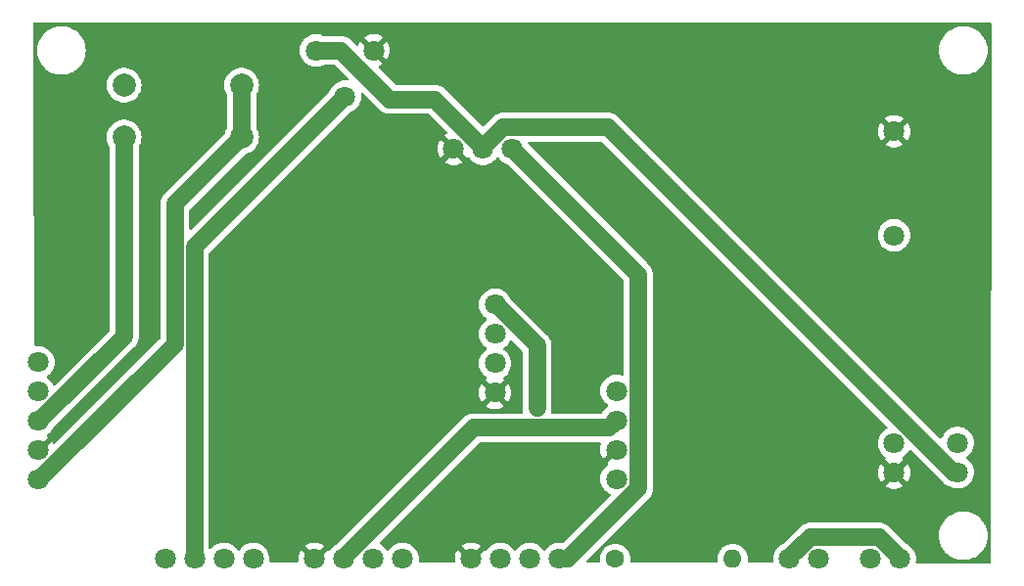
<source format=gbr>
%TF.GenerationSoftware,KiCad,Pcbnew,7.0.11+dfsg-1build4*%
%TF.CreationDate,2024-10-09T23:59:57+02:00*%
%TF.ProjectId,BertheVarioTac-Shema,42657274-6865-4566-9172-696f5461632d,rev?*%
%TF.SameCoordinates,Original*%
%TF.FileFunction,Copper,L2,Bot*%
%TF.FilePolarity,Positive*%
%FSLAX46Y46*%
G04 Gerber Fmt 4.6, Leading zero omitted, Abs format (unit mm)*
G04 Created by KiCad (PCBNEW 7.0.11+dfsg-1build4) date 2024-10-09 23:59:57*
%MOMM*%
%LPD*%
G01*
G04 APERTURE LIST*
%TA.AperFunction,ComponentPad*%
%ADD10C,1.800000*%
%TD*%
%TA.AperFunction,ComponentPad*%
%ADD11C,1.600000*%
%TD*%
%TA.AperFunction,ComponentPad*%
%ADD12O,1.600000X1.600000*%
%TD*%
%TA.AperFunction,ComponentPad*%
%ADD13C,2.000000*%
%TD*%
%TA.AperFunction,ViaPad*%
%ADD14C,0.600000*%
%TD*%
%TA.AperFunction,Conductor*%
%ADD15C,1.500000*%
%TD*%
G04 APERTURE END LIST*
D10*
%TO.P,SW1,1*%
%TO.N,Net-(Lipo-1S-to-5V1-IN_3.7v)*%
X173500000Y-132500000D03*
%TO.P,SW1,2*%
%TO.N,Net-(BT1-+)*%
X173500000Y-129960000D03*
%TD*%
%TO.P,Usb-C-charger1,1,B-*%
%TO.N,GNDREF*%
X168000000Y-103000000D03*
%TO.P,Usb-C-charger1,2,+*%
%TO.N,Net-(BT1-+)*%
X168000000Y-112000000D03*
%TD*%
D11*
%TO.P,R1,1*%
%TO.N,Net-(R1-Pad1)*%
X143880000Y-140000000D03*
D12*
%TO.P,R1,2*%
%TO.N,Net-(P4-Pin_1)*%
X154040000Y-140000000D03*
%TD*%
D10*
%TO.P,CN1,1,Pin_1*%
%TO.N,Net-(BMP180_Press1-VIN)*%
X125500000Y-140000000D03*
%TO.P,CN1,2,Pin_2*%
%TO.N,Net-(BMP180_Press1-SDA)*%
X122960000Y-140000000D03*
%TO.P,CN1,3,Pin_3*%
%TO.N,Net-(BMP180_Press1-SCL)*%
X120420000Y-140000000D03*
%TO.P,CN1,4,Pin_4*%
%TO.N,GNDREF*%
X117880000Y-140000000D03*
%TD*%
D13*
%TO.P,R2,1*%
%TO.N,Net-(BMP180_Press1-VIN)*%
X111580000Y-99000000D03*
%TO.P,R2,2*%
%TO.N,Net-(BMP180_Press1-SDA)*%
X101420000Y-99000000D03*
%TD*%
D10*
%TO.P,S1,1,1*%
%TO.N,Net-(P4-Pin_2)*%
X168500000Y-140000000D03*
%TO.P,S1,2,2*%
%TO.N,Net-(R1-Pad1)*%
X165960000Y-140000000D03*
%TD*%
%TO.P,P4,1,Pin_1*%
%TO.N,Net-(P4-Pin_1)*%
X161500000Y-140000000D03*
%TO.P,P4,2,Pin_2*%
%TO.N,Net-(P4-Pin_2)*%
X158960000Y-140000000D03*
%TD*%
%TO.P,GPS-NEO6M1,1,GND*%
%TO.N,GNDREF*%
X133500000Y-125620000D03*
%TO.P,GPS-NEO6M1,2,TX*%
%TO.N,Net-(GPS-NEO6M1-TX)*%
X133500000Y-123080000D03*
%TO.P,GPS-NEO6M1,3,RX*%
%TO.N,unconnected-(GPS-NEO6M1-RX-Pad3)*%
X133500000Y-120540000D03*
%TO.P,GPS-NEO6M1,4,VCC*%
%TO.N,Net-(BMP180_Press1-VIN)*%
X133500000Y-118000000D03*
%TD*%
D13*
%TO.P,R3,1*%
%TO.N,Net-(BMP180_Press1-VIN)*%
X111580000Y-103500000D03*
%TO.P,R3,2*%
%TO.N,Net-(BMP180_Press1-SCL)*%
X101420000Y-103500000D03*
%TD*%
D10*
%TO.P,Lipo-1S-to-5V1,1,GND*%
%TO.N,GNDREF*%
X129920000Y-104500000D03*
%TO.P,Lipo-1S-to-5V1,2,IN_3.7v*%
%TO.N,Net-(Lipo-1S-to-5V1-IN_3.7v)*%
X132460000Y-104500000D03*
%TO.P,Lipo-1S-to-5V1,3,OUT_5V*%
%TO.N,Net-(Lipo-1S-to-5V1-OUT_5V)*%
X135000000Y-104500000D03*
%TD*%
%TO.P,BT1,1,+*%
%TO.N,Net-(BT1-+)*%
X168000000Y-130000000D03*
%TO.P,BT1,2,-*%
%TO.N,GNDREF*%
X168000000Y-132540000D03*
%TD*%
%TO.P,QMC5883_Mag1,1,VCC*%
%TO.N,Net-(BMP180_Press1-VIN)*%
X94000000Y-133160000D03*
%TO.P,QMC5883_Mag1,2,GND*%
%TO.N,GNDREF*%
X94000000Y-130620000D03*
%TO.P,QMC5883_Mag1,3,SCL*%
%TO.N,Net-(BMP180_Press1-SCL)*%
X94000000Y-128080000D03*
%TO.P,QMC5883_Mag1,4,SDA*%
%TO.N,Net-(BMP180_Press1-SDA)*%
X94000000Y-125540000D03*
%TO.P,QMC5883_Mag1,5*%
%TO.N,N/C*%
X94000000Y-123000000D03*
%TD*%
%TO.P,P1,1,Pin_1*%
%TO.N,Net-(Lipo-1S-to-5V1-OUT_5V)*%
X139040000Y-140000000D03*
%TO.P,P1,2,Pin_2*%
%TO.N,Net-(GPS-NEO6M1-TX)*%
X136500000Y-140000000D03*
%TO.P,P1,3,Pin_3*%
%TO.N,unconnected-(P1-Pin_3-Pad3)*%
X133960000Y-140000000D03*
%TO.P,P1,4,Pin_4*%
%TO.N,GNDREF*%
X131420000Y-140000000D03*
%TD*%
%TO.P,P5,1,1*%
%TO.N,Net-(Lipo-1S-to-5V1-IN_3.7v)*%
X118000000Y-96000000D03*
%TO.P,P5,2,2*%
%TO.N,Net-(P3-Pin_3)*%
X120500000Y-100000000D03*
%TO.P,P5,3,3*%
%TO.N,GNDREF*%
X123000000Y-96000000D03*
%TD*%
%TO.P,BMP180_Press1,1,SDA*%
%TO.N,Net-(BMP180_Press1-SDA)*%
X144000000Y-125460000D03*
%TO.P,BMP180_Press1,2,SCL*%
%TO.N,Net-(BMP180_Press1-SCL)*%
X144000000Y-128000000D03*
%TO.P,BMP180_Press1,3,GND*%
%TO.N,GNDREF*%
X144000000Y-130540000D03*
%TO.P,BMP180_Press1,4,VIN*%
%TO.N,Net-(BMP180_Press1-VIN)*%
X144000000Y-133080000D03*
%TD*%
%TO.P,P3,1,Pin_1*%
%TO.N,unconnected-(P3-Pin_1-Pad1)*%
X112580000Y-140000000D03*
%TO.P,P3,2,Pin_2*%
%TO.N,unconnected-(P3-Pin_2-Pad2)*%
X110040000Y-140000000D03*
%TO.P,P3,3,Pin_3*%
%TO.N,Net-(P3-Pin_3)*%
X107500000Y-140000000D03*
%TO.P,P3,4,Pin_4*%
%TO.N,unconnected-(P3-Pin_4-Pad4)*%
X104960000Y-140000000D03*
%TD*%
D14*
%TO.N,Net-(BMP180_Press1-VIN)*%
X137124600Y-126899900D03*
%TD*%
D15*
%TO.N,Net-(Lipo-1S-to-5V1-IN_3.7v)*%
X128309000Y-100233300D02*
X132460000Y-104384300D01*
X124397600Y-100233300D02*
X128309000Y-100233300D01*
X120164300Y-96000000D02*
X124397600Y-100233300D01*
X118000000Y-96000000D02*
X120164300Y-96000000D01*
X132460000Y-104500000D02*
X132460000Y-104384300D01*
X173127300Y-132500000D02*
X173500000Y-132500000D01*
X143264700Y-102637400D02*
X173127300Y-132500000D01*
X134206900Y-102637400D02*
X143264700Y-102637400D01*
X132460000Y-104384300D02*
X134206900Y-102637400D01*
%TO.N,Net-(BMP180_Press1-SCL)*%
X94102700Y-128080000D02*
X94000000Y-128080000D01*
X101420000Y-120762700D02*
X94102700Y-128080000D01*
X101420000Y-103500000D02*
X101420000Y-120762700D01*
X120420000Y-139890100D02*
X120420000Y-140000000D01*
X131642500Y-128667600D02*
X120420000Y-139890100D01*
X143332400Y-128667600D02*
X131642500Y-128667600D01*
X144000000Y-128000000D02*
X143332400Y-128667600D01*
%TO.N,Net-(BMP180_Press1-VIN)*%
X111580000Y-99000000D02*
X111580000Y-103500000D01*
X94091300Y-133160000D02*
X94000000Y-133160000D01*
X105798100Y-121453200D02*
X94091300Y-133160000D01*
X105798100Y-109281900D02*
X105798100Y-121453200D01*
X111580000Y-103500000D02*
X105798100Y-109281900D01*
X137124600Y-121532800D02*
X137124600Y-126899900D01*
X133591800Y-118000000D02*
X137124600Y-121532800D01*
X133500000Y-118000000D02*
X133591800Y-118000000D01*
%TO.N,Net-(P4-Pin_2)*%
X168500000Y-139911600D02*
X168500000Y-140000000D01*
X166703600Y-138115200D02*
X168500000Y-139911600D01*
X160765900Y-138115200D02*
X166703600Y-138115200D01*
X158960000Y-139921100D02*
X160765900Y-138115200D01*
X158960000Y-140000000D02*
X158960000Y-139921100D01*
%TO.N,Net-(P3-Pin_3)*%
X107500000Y-113000000D02*
X107500000Y-140000000D01*
X120500000Y-100000000D02*
X107500000Y-113000000D01*
%TO.N,Net-(Lipo-1S-to-5V1-OUT_5V)*%
X139782300Y-140000000D02*
X139040000Y-140000000D01*
X145890300Y-133892000D02*
X139782300Y-140000000D01*
X145890300Y-115390300D02*
X145890300Y-133892000D01*
X135000000Y-104500000D02*
X145890300Y-115390300D01*
%TD*%
%TA.AperFunction,Conductor*%
%TO.N,GNDREF*%
G36*
X176298004Y-93577910D02*
G01*
X176365031Y-93597625D01*
X176410762Y-93650450D01*
X176421944Y-93701997D01*
X176389183Y-140264953D01*
X176369451Y-140331979D01*
X176316615Y-140377697D01*
X176264954Y-140388866D01*
X170007947Y-140377311D01*
X169940944Y-140357502D01*
X169895287Y-140304614D01*
X169885471Y-140235437D01*
X169885869Y-140232893D01*
X169886131Y-140231314D01*
X169886134Y-140231305D01*
X169905300Y-140000000D01*
X169905300Y-139999994D01*
X169905300Y-139999993D01*
X169886135Y-139768702D01*
X169886133Y-139768691D01*
X169829157Y-139543699D01*
X169735924Y-139331151D01*
X169608983Y-139136852D01*
X169608980Y-139136849D01*
X169608979Y-139136847D01*
X169451784Y-138966087D01*
X169451779Y-138966083D01*
X169451777Y-138966081D01*
X169268634Y-138823535D01*
X169268628Y-138823531D01*
X169092234Y-138728071D01*
X169063571Y-138706697D01*
X168356874Y-138000000D01*
X171894592Y-138000000D01*
X171914201Y-138286680D01*
X171914201Y-138286684D01*
X171914202Y-138286686D01*
X171935984Y-138391509D01*
X171972666Y-138568034D01*
X171972667Y-138568037D01*
X172068894Y-138838793D01*
X172068893Y-138838793D01*
X172201098Y-139093935D01*
X172366812Y-139328700D01*
X172405582Y-139370212D01*
X172562947Y-139538708D01*
X172785853Y-139720055D01*
X172873423Y-139773308D01*
X173031382Y-139869365D01*
X173218237Y-139950526D01*
X173294942Y-139983844D01*
X173571642Y-140061371D01*
X173821920Y-140095771D01*
X173856321Y-140100500D01*
X173856322Y-140100500D01*
X174143679Y-140100500D01*
X174175079Y-140096184D01*
X174428358Y-140061371D01*
X174705058Y-139983844D01*
X174818015Y-139934779D01*
X174968617Y-139869365D01*
X174968620Y-139869363D01*
X174968625Y-139869361D01*
X175214147Y-139720055D01*
X175437053Y-139538708D01*
X175633189Y-139328698D01*
X175798901Y-139093936D01*
X175931104Y-138838797D01*
X176027334Y-138568032D01*
X176085798Y-138286686D01*
X176105408Y-138000000D01*
X176085798Y-137713314D01*
X176027334Y-137431968D01*
X175931105Y-137161206D01*
X175931106Y-137161206D01*
X175798901Y-136906064D01*
X175633187Y-136671299D01*
X175554554Y-136587105D01*
X175437053Y-136461292D01*
X175214147Y-136279945D01*
X175214146Y-136279944D01*
X174968617Y-136130634D01*
X174705063Y-136016158D01*
X174705061Y-136016157D01*
X174705058Y-136016156D01*
X174575578Y-135979877D01*
X174428364Y-135938630D01*
X174428359Y-135938629D01*
X174428358Y-135938629D01*
X174286018Y-135919064D01*
X174143679Y-135899500D01*
X174143678Y-135899500D01*
X173856322Y-135899500D01*
X173856321Y-135899500D01*
X173571642Y-135938629D01*
X173571635Y-135938630D01*
X173363861Y-135996845D01*
X173294942Y-136016156D01*
X173294939Y-136016156D01*
X173294936Y-136016158D01*
X173294935Y-136016158D01*
X173031382Y-136130634D01*
X172785853Y-136279944D01*
X172562950Y-136461289D01*
X172366812Y-136671299D01*
X172201098Y-136906064D01*
X172068894Y-137161206D01*
X171972667Y-137431962D01*
X171972666Y-137431965D01*
X171914201Y-137713319D01*
X171894592Y-138000000D01*
X168356874Y-138000000D01*
X167642416Y-137285542D01*
X167633149Y-137275173D01*
X167611108Y-137247534D01*
X167611106Y-137247532D01*
X167561203Y-137203932D01*
X167555107Y-137198233D01*
X167548132Y-137191258D01*
X167548121Y-137191248D01*
X167516855Y-137165145D01*
X167514739Y-137163338D01*
X167441603Y-137099440D01*
X167441597Y-137099436D01*
X167441596Y-137099435D01*
X167437841Y-137097191D01*
X167421973Y-137085932D01*
X167418619Y-137083132D01*
X167418618Y-137083131D01*
X167418613Y-137083127D01*
X167334148Y-137035201D01*
X167331744Y-137033801D01*
X167248363Y-136983984D01*
X167244269Y-136982448D01*
X167226644Y-136974202D01*
X167222845Y-136972046D01*
X167131169Y-136939967D01*
X167128553Y-136939019D01*
X167037629Y-136904894D01*
X167037619Y-136904891D01*
X167033323Y-136904112D01*
X167014518Y-136899149D01*
X167010384Y-136897702D01*
X167010377Y-136897701D01*
X166914448Y-136882507D01*
X166911705Y-136882041D01*
X166816150Y-136864700D01*
X166816147Y-136864700D01*
X166811772Y-136864700D01*
X166792369Y-136863172D01*
X166788060Y-136862489D01*
X166690959Y-136864669D01*
X166688177Y-136864700D01*
X160843076Y-136864700D01*
X160829193Y-136863920D01*
X160819459Y-136862823D01*
X160794075Y-136859963D01*
X160794068Y-136859962D01*
X160731252Y-136864198D01*
X160727976Y-136864419D01*
X160719636Y-136864700D01*
X160709737Y-136864700D01*
X160669138Y-136868353D01*
X160666370Y-136868571D01*
X160569489Y-136875103D01*
X160565248Y-136876172D01*
X160546075Y-136879430D01*
X160541712Y-136879822D01*
X160541710Y-136879823D01*
X160448052Y-136905670D01*
X160445365Y-136906379D01*
X160351213Y-136930104D01*
X160351212Y-136930104D01*
X160347219Y-136931918D01*
X160328959Y-136938538D01*
X160324750Y-136939700D01*
X160324722Y-136939710D01*
X160237223Y-136981846D01*
X160234706Y-136983024D01*
X160146275Y-137023191D01*
X160142675Y-137025686D01*
X160125871Y-137035471D01*
X160121931Y-137037368D01*
X160121929Y-137037369D01*
X160043360Y-137094451D01*
X160041095Y-137096058D01*
X159961245Y-137151380D01*
X159958139Y-137154486D01*
X159943365Y-137167103D01*
X159939828Y-137169673D01*
X159939821Y-137169678D01*
X159872704Y-137239877D01*
X159870759Y-137241865D01*
X158417131Y-138695493D01*
X158388468Y-138716866D01*
X158191380Y-138823525D01*
X158191365Y-138823535D01*
X158008222Y-138966081D01*
X158008219Y-138966084D01*
X158008216Y-138966086D01*
X158008216Y-138966087D01*
X157977040Y-138999953D01*
X157851016Y-139136852D01*
X157724075Y-139331151D01*
X157630842Y-139543699D01*
X157573866Y-139768691D01*
X157573864Y-139768702D01*
X157554700Y-139999993D01*
X157554700Y-139999994D01*
X157554700Y-140000000D01*
X157564066Y-140113030D01*
X157572919Y-140219879D01*
X157558837Y-140288315D01*
X157509991Y-140338274D01*
X157449113Y-140354118D01*
X155449902Y-140350426D01*
X155382899Y-140330617D01*
X155337242Y-140277729D01*
X155326603Y-140215621D01*
X155345468Y-140000000D01*
X155345467Y-139999994D01*
X155334039Y-139869365D01*
X155325635Y-139773308D01*
X155266739Y-139553504D01*
X155170568Y-139347266D01*
X155040047Y-139160861D01*
X155040045Y-139160858D01*
X154879141Y-138999954D01*
X154692734Y-138869432D01*
X154692732Y-138869431D01*
X154486497Y-138773261D01*
X154486488Y-138773258D01*
X154266697Y-138714366D01*
X154266693Y-138714365D01*
X154266692Y-138714365D01*
X154266691Y-138714364D01*
X154266686Y-138714364D01*
X154040002Y-138694532D01*
X154039998Y-138694532D01*
X153813313Y-138714364D01*
X153813302Y-138714366D01*
X153593511Y-138773258D01*
X153593502Y-138773261D01*
X153387267Y-138869431D01*
X153387265Y-138869432D01*
X153200858Y-138999954D01*
X153039954Y-139160858D01*
X152909432Y-139347265D01*
X152909431Y-139347267D01*
X152813261Y-139553502D01*
X152813258Y-139553511D01*
X152754366Y-139773302D01*
X152754364Y-139773313D01*
X152734532Y-139999998D01*
X152734532Y-140000002D01*
X152752940Y-140210410D01*
X152739173Y-140278910D01*
X152690558Y-140329093D01*
X152629183Y-140345217D01*
X145291543Y-140331666D01*
X145224540Y-140311857D01*
X145178883Y-140258969D01*
X145168244Y-140196862D01*
X145185468Y-140000000D01*
X145185467Y-139999994D01*
X145174039Y-139869365D01*
X145165635Y-139773308D01*
X145106739Y-139553504D01*
X145010568Y-139347266D01*
X144880047Y-139160861D01*
X144880045Y-139160858D01*
X144719141Y-138999954D01*
X144532734Y-138869432D01*
X144532732Y-138869431D01*
X144326497Y-138773261D01*
X144326488Y-138773258D01*
X144106697Y-138714366D01*
X144106693Y-138714365D01*
X144106692Y-138714365D01*
X144106691Y-138714364D01*
X144106686Y-138714364D01*
X143880002Y-138694532D01*
X143879998Y-138694532D01*
X143653313Y-138714364D01*
X143653302Y-138714366D01*
X143433511Y-138773258D01*
X143433502Y-138773261D01*
X143227267Y-138869431D01*
X143227265Y-138869432D01*
X143040858Y-138999954D01*
X142879954Y-139160858D01*
X142749432Y-139347265D01*
X142749431Y-139347267D01*
X142653261Y-139553502D01*
X142653258Y-139553511D01*
X142594366Y-139773302D01*
X142594364Y-139773313D01*
X142574532Y-139999998D01*
X142574532Y-140000002D01*
X142591298Y-140191644D01*
X142577531Y-140260144D01*
X142528916Y-140310327D01*
X142467541Y-140326451D01*
X141525193Y-140324711D01*
X141458190Y-140304902D01*
X141412533Y-140252014D01*
X141402717Y-140182837D01*
X141431859Y-140119335D01*
X141437713Y-140113059D01*
X146719966Y-134830806D01*
X146730316Y-134821557D01*
X146757966Y-134799508D01*
X146801555Y-134749615D01*
X146807256Y-134743518D01*
X146814227Y-134736547D01*
X146814227Y-134736546D01*
X146814244Y-134736530D01*
X146840374Y-134705231D01*
X146842157Y-134703143D01*
X146906065Y-134629996D01*
X146908306Y-134626243D01*
X146919574Y-134610364D01*
X146922368Y-134607019D01*
X146970329Y-134522491D01*
X146971675Y-134520182D01*
X146996009Y-134479453D01*
X147021515Y-134436764D01*
X147023047Y-134432679D01*
X147031303Y-134415033D01*
X147033453Y-134411245D01*
X147065553Y-134319507D01*
X147066461Y-134317002D01*
X147100607Y-134226024D01*
X147101385Y-134221737D01*
X147106356Y-134202902D01*
X147107798Y-134198783D01*
X147123008Y-134102746D01*
X147123444Y-134100181D01*
X147140800Y-134004547D01*
X147140800Y-134000169D01*
X147142327Y-133980770D01*
X147143010Y-133976460D01*
X147140830Y-133879377D01*
X147140800Y-133876596D01*
X147140800Y-115467485D01*
X147141580Y-115453600D01*
X147145538Y-115418473D01*
X147141080Y-115352366D01*
X147140800Y-115344025D01*
X147140800Y-115334152D01*
X147140800Y-115334145D01*
X147137138Y-115293472D01*
X147136930Y-115290816D01*
X147133799Y-115244380D01*
X147130397Y-115193893D01*
X147129328Y-115189651D01*
X147126068Y-115170469D01*
X147125677Y-115166112D01*
X147099827Y-115072450D01*
X147099131Y-115069814D01*
X147075396Y-114975617D01*
X147073589Y-114971639D01*
X147066953Y-114953334D01*
X147065792Y-114949128D01*
X147023651Y-114861620D01*
X147022472Y-114859100D01*
X146982308Y-114770677D01*
X146982307Y-114770674D01*
X146979817Y-114767080D01*
X146970025Y-114750264D01*
X146968130Y-114746329D01*
X146968127Y-114746324D01*
X146911040Y-114667750D01*
X146909462Y-114665528D01*
X146854120Y-114585646D01*
X146851029Y-114582555D01*
X146838393Y-114567761D01*
X146835821Y-114564221D01*
X146835818Y-114564218D01*
X146765599Y-114497081D01*
X146763610Y-114495136D01*
X136368055Y-104099581D01*
X136334570Y-104038258D01*
X136339554Y-103968566D01*
X136381426Y-103912633D01*
X136446890Y-103888216D01*
X136455736Y-103887900D01*
X142695364Y-103887900D01*
X142762403Y-103907585D01*
X142783045Y-103924219D01*
X167406408Y-128547582D01*
X167439893Y-128608905D01*
X167434909Y-128678597D01*
X167393037Y-128734530D01*
X167377745Y-128744318D01*
X167231371Y-128823531D01*
X167231365Y-128823535D01*
X167048222Y-128966081D01*
X167048219Y-128966084D01*
X166891016Y-129136852D01*
X166764075Y-129331151D01*
X166670842Y-129543699D01*
X166613866Y-129768691D01*
X166613864Y-129768702D01*
X166594700Y-129999993D01*
X166594700Y-130000006D01*
X166613864Y-130231297D01*
X166613866Y-130231308D01*
X166670842Y-130456300D01*
X166764075Y-130668848D01*
X166891016Y-130863147D01*
X166891019Y-130863151D01*
X166891021Y-130863153D01*
X167048216Y-131033913D01*
X167179982Y-131136470D01*
X167226225Y-131172462D01*
X167267038Y-131229173D01*
X167270713Y-131298946D01*
X167236082Y-131359629D01*
X167226225Y-131368170D01*
X167201201Y-131387646D01*
X167201200Y-131387647D01*
X167955600Y-132142046D01*
X167874852Y-132154835D01*
X167761955Y-132212359D01*
X167672359Y-132301955D01*
X167614835Y-132414852D01*
X167602046Y-132495600D01*
X166848811Y-131742365D01*
X166764516Y-131871390D01*
X166671317Y-132083864D01*
X166614361Y-132308781D01*
X166595202Y-132539994D01*
X166595202Y-132540005D01*
X166614361Y-132771218D01*
X166671317Y-132996135D01*
X166764515Y-133208606D01*
X166848812Y-133337633D01*
X167602046Y-132584399D01*
X167614835Y-132665148D01*
X167672359Y-132778045D01*
X167761955Y-132867641D01*
X167874852Y-132925165D01*
X167955599Y-132937953D01*
X167201201Y-133692351D01*
X167231649Y-133716050D01*
X167435697Y-133826476D01*
X167435706Y-133826479D01*
X167655139Y-133901811D01*
X167883993Y-133940000D01*
X168116007Y-133940000D01*
X168344860Y-133901811D01*
X168564293Y-133826479D01*
X168564301Y-133826476D01*
X168768355Y-133716047D01*
X168798797Y-133692351D01*
X168798798Y-133692350D01*
X168044401Y-132937953D01*
X168125148Y-132925165D01*
X168238045Y-132867641D01*
X168327641Y-132778045D01*
X168385165Y-132665148D01*
X168397953Y-132584400D01*
X169151186Y-133337633D01*
X169235482Y-133208611D01*
X169328682Y-132996135D01*
X169385638Y-132771218D01*
X169404798Y-132540005D01*
X169404798Y-132539994D01*
X169385638Y-132308781D01*
X169328682Y-132083864D01*
X169235484Y-131871393D01*
X169151186Y-131742365D01*
X168397953Y-132495598D01*
X168385165Y-132414852D01*
X168327641Y-132301955D01*
X168238045Y-132212359D01*
X168125148Y-132154835D01*
X168044400Y-132142046D01*
X168798797Y-131387647D01*
X168798797Y-131387646D01*
X168773773Y-131368169D01*
X168732961Y-131311459D01*
X168729286Y-131241686D01*
X168763918Y-131181003D01*
X168773760Y-131172473D01*
X168951784Y-131033913D01*
X169108979Y-130863153D01*
X169235924Y-130668849D01*
X169251974Y-130632257D01*
X169296927Y-130578772D01*
X169363662Y-130558080D01*
X169430991Y-130576753D01*
X169453211Y-130594385D01*
X172188482Y-133329656D01*
X172197748Y-133340024D01*
X172219792Y-133367666D01*
X172269695Y-133411266D01*
X172275791Y-133416965D01*
X172282771Y-133423945D01*
X172314098Y-133450098D01*
X172316164Y-133451864D01*
X172389301Y-133515763D01*
X172393050Y-133518003D01*
X172408924Y-133529265D01*
X172412281Y-133532068D01*
X172496816Y-133580034D01*
X172499078Y-133581352D01*
X172582536Y-133631215D01*
X172586627Y-133632750D01*
X172604255Y-133640996D01*
X172608055Y-133643153D01*
X172699751Y-133675239D01*
X172702324Y-133676172D01*
X172787342Y-133708080D01*
X172802788Y-133715118D01*
X172864819Y-133748687D01*
X172935497Y-133786936D01*
X173049487Y-133826068D01*
X173155015Y-133862297D01*
X173155017Y-133862297D01*
X173155019Y-133862298D01*
X173383951Y-133900500D01*
X173383952Y-133900500D01*
X173616048Y-133900500D01*
X173616049Y-133900500D01*
X173844981Y-133862298D01*
X174064503Y-133786936D01*
X174268626Y-133676470D01*
X174451784Y-133533913D01*
X174608979Y-133363153D01*
X174735924Y-133168849D01*
X174829157Y-132956300D01*
X174886134Y-132731305D01*
X174886135Y-132731297D01*
X174905300Y-132500006D01*
X174905300Y-132499993D01*
X174886135Y-132268702D01*
X174886133Y-132268691D01*
X174829157Y-132043699D01*
X174735924Y-131831151D01*
X174608983Y-131636852D01*
X174608980Y-131636849D01*
X174608979Y-131636847D01*
X174451784Y-131466087D01*
X174274180Y-131327853D01*
X174233368Y-131271143D01*
X174229693Y-131201370D01*
X174264324Y-131140687D01*
X174274181Y-131132146D01*
X174451784Y-130993913D01*
X174608979Y-130823153D01*
X174735924Y-130628849D01*
X174829157Y-130416300D01*
X174886134Y-130191305D01*
X174889156Y-130154835D01*
X174905300Y-129960006D01*
X174905300Y-129959993D01*
X174886135Y-129728702D01*
X174886133Y-129728691D01*
X174829157Y-129503699D01*
X174735924Y-129291151D01*
X174608983Y-129096852D01*
X174608980Y-129096849D01*
X174608979Y-129096847D01*
X174451784Y-128926087D01*
X174451779Y-128926083D01*
X174451777Y-128926081D01*
X174268634Y-128783535D01*
X174268628Y-128783531D01*
X174064504Y-128673064D01*
X174064495Y-128673061D01*
X173844984Y-128597702D01*
X173673282Y-128569050D01*
X173616049Y-128559500D01*
X173383951Y-128559500D01*
X173338164Y-128567140D01*
X173155015Y-128597702D01*
X172935504Y-128673061D01*
X172935495Y-128673064D01*
X172731371Y-128783531D01*
X172731365Y-128783535D01*
X172548222Y-128926081D01*
X172548219Y-128926084D01*
X172391016Y-129096852D01*
X172264075Y-129291151D01*
X172170844Y-129503695D01*
X172170841Y-129503705D01*
X172169579Y-129508689D01*
X172134035Y-129568842D01*
X172071612Y-129600230D01*
X172002130Y-129592886D01*
X171961695Y-129565921D01*
X154395780Y-112000006D01*
X166594700Y-112000006D01*
X166613864Y-112231297D01*
X166613866Y-112231308D01*
X166670842Y-112456300D01*
X166764075Y-112668848D01*
X166891016Y-112863147D01*
X166891019Y-112863151D01*
X166891021Y-112863153D01*
X167048216Y-113033913D01*
X167048219Y-113033915D01*
X167048222Y-113033918D01*
X167231365Y-113176464D01*
X167231371Y-113176468D01*
X167231374Y-113176470D01*
X167435497Y-113286936D01*
X167549487Y-113326068D01*
X167655015Y-113362297D01*
X167655017Y-113362297D01*
X167655019Y-113362298D01*
X167883951Y-113400500D01*
X167883952Y-113400500D01*
X168116048Y-113400500D01*
X168116049Y-113400500D01*
X168344981Y-113362298D01*
X168564503Y-113286936D01*
X168768626Y-113176470D01*
X168951784Y-113033913D01*
X169108979Y-112863153D01*
X169235924Y-112668849D01*
X169329157Y-112456300D01*
X169386134Y-112231305D01*
X169405300Y-112000000D01*
X169405300Y-111999993D01*
X169386135Y-111768702D01*
X169386133Y-111768691D01*
X169329157Y-111543699D01*
X169235924Y-111331151D01*
X169108983Y-111136852D01*
X169108980Y-111136849D01*
X169108979Y-111136847D01*
X168951784Y-110966087D01*
X168951779Y-110966083D01*
X168951777Y-110966081D01*
X168768634Y-110823535D01*
X168768628Y-110823531D01*
X168564504Y-110713064D01*
X168564495Y-110713061D01*
X168344984Y-110637702D01*
X168173282Y-110609050D01*
X168116049Y-110599500D01*
X167883951Y-110599500D01*
X167838164Y-110607140D01*
X167655015Y-110637702D01*
X167435504Y-110713061D01*
X167435495Y-110713064D01*
X167231371Y-110823531D01*
X167231365Y-110823535D01*
X167048222Y-110966081D01*
X167048219Y-110966084D01*
X166891016Y-111136852D01*
X166764075Y-111331151D01*
X166670842Y-111543699D01*
X166613866Y-111768691D01*
X166613864Y-111768702D01*
X166594700Y-111999993D01*
X166594700Y-112000006D01*
X154395780Y-112000006D01*
X145395779Y-103000005D01*
X166595202Y-103000005D01*
X166614361Y-103231218D01*
X166671317Y-103456135D01*
X166764515Y-103668606D01*
X166848812Y-103797633D01*
X167602046Y-103044399D01*
X167614835Y-103125148D01*
X167672359Y-103238045D01*
X167761955Y-103327641D01*
X167874852Y-103385165D01*
X167955599Y-103397953D01*
X167201201Y-104152351D01*
X167231649Y-104176050D01*
X167435697Y-104286476D01*
X167435706Y-104286479D01*
X167655139Y-104361811D01*
X167883993Y-104400000D01*
X168116007Y-104400000D01*
X168344860Y-104361811D01*
X168564293Y-104286479D01*
X168564301Y-104286476D01*
X168768355Y-104176047D01*
X168798797Y-104152351D01*
X168798798Y-104152350D01*
X168044401Y-103397953D01*
X168125148Y-103385165D01*
X168238045Y-103327641D01*
X168327641Y-103238045D01*
X168385165Y-103125148D01*
X168397953Y-103044400D01*
X169151186Y-103797633D01*
X169235482Y-103668611D01*
X169328682Y-103456135D01*
X169385638Y-103231218D01*
X169404798Y-103000005D01*
X169404798Y-102999994D01*
X169385638Y-102768781D01*
X169328682Y-102543864D01*
X169235484Y-102331393D01*
X169151186Y-102202365D01*
X168397953Y-102955598D01*
X168385165Y-102874852D01*
X168327641Y-102761955D01*
X168238045Y-102672359D01*
X168125148Y-102614835D01*
X168044400Y-102602046D01*
X168798797Y-101847647D01*
X168798797Y-101847645D01*
X168768360Y-101823955D01*
X168768354Y-101823951D01*
X168564302Y-101713523D01*
X168564293Y-101713520D01*
X168344860Y-101638188D01*
X168116007Y-101600000D01*
X167883993Y-101600000D01*
X167655139Y-101638188D01*
X167435706Y-101713520D01*
X167435697Y-101713523D01*
X167231650Y-101823949D01*
X167201200Y-101847647D01*
X167955600Y-102602046D01*
X167874852Y-102614835D01*
X167761955Y-102672359D01*
X167672359Y-102761955D01*
X167614835Y-102874852D01*
X167602046Y-102955600D01*
X166848811Y-102202365D01*
X166764516Y-102331390D01*
X166671317Y-102543864D01*
X166614361Y-102768781D01*
X166595202Y-102999994D01*
X166595202Y-103000005D01*
X145395779Y-103000005D01*
X144203516Y-101807742D01*
X144194249Y-101797373D01*
X144172206Y-101769732D01*
X144122303Y-101726132D01*
X144116207Y-101720433D01*
X144109232Y-101713458D01*
X144109221Y-101713448D01*
X144077955Y-101687345D01*
X144075839Y-101685538D01*
X144002703Y-101621640D01*
X144002697Y-101621636D01*
X144002696Y-101621635D01*
X143998941Y-101619391D01*
X143983073Y-101608132D01*
X143979719Y-101605332D01*
X143979718Y-101605331D01*
X143979713Y-101605327D01*
X143895248Y-101557401D01*
X143892844Y-101556001D01*
X143809463Y-101506184D01*
X143805369Y-101504648D01*
X143787744Y-101496402D01*
X143783945Y-101494246D01*
X143692269Y-101462167D01*
X143689653Y-101461219D01*
X143598729Y-101427094D01*
X143598719Y-101427091D01*
X143594423Y-101426312D01*
X143575618Y-101421349D01*
X143571484Y-101419902D01*
X143571477Y-101419901D01*
X143526652Y-101412801D01*
X143475543Y-101404706D01*
X143472805Y-101404241D01*
X143377250Y-101386900D01*
X143377247Y-101386900D01*
X143372872Y-101386900D01*
X143353469Y-101385372D01*
X143349160Y-101384689D01*
X143252059Y-101386869D01*
X143249277Y-101386900D01*
X134284086Y-101386900D01*
X134270203Y-101386120D01*
X134260593Y-101385037D01*
X134235076Y-101382162D01*
X134235069Y-101382161D01*
X134172207Y-101386400D01*
X134168962Y-101386619D01*
X134160622Y-101386900D01*
X134150737Y-101386900D01*
X134110184Y-101390549D01*
X134107416Y-101390767D01*
X134010488Y-101397302D01*
X134010481Y-101397303D01*
X134006227Y-101398375D01*
X133987074Y-101401630D01*
X133982711Y-101402023D01*
X133982702Y-101402024D01*
X133889113Y-101427854D01*
X133886424Y-101428564D01*
X133792218Y-101452303D01*
X133788222Y-101454118D01*
X133769959Y-101460739D01*
X133765738Y-101461904D01*
X133765721Y-101461910D01*
X133678189Y-101504062D01*
X133675672Y-101505240D01*
X133587274Y-101545392D01*
X133583672Y-101547888D01*
X133566880Y-101557667D01*
X133562929Y-101559570D01*
X133562920Y-101559575D01*
X133484311Y-101616687D01*
X133482085Y-101618266D01*
X133453331Y-101638188D01*
X133402245Y-101673580D01*
X133399139Y-101676686D01*
X133384365Y-101689303D01*
X133380828Y-101691873D01*
X133380821Y-101691878D01*
X133313704Y-101762077D01*
X133311759Y-101764065D01*
X132547680Y-102528144D01*
X132486357Y-102561629D01*
X132416665Y-102556645D01*
X132372318Y-102528144D01*
X129247816Y-99403642D01*
X129238549Y-99393273D01*
X129216506Y-99365632D01*
X129166603Y-99322032D01*
X129160507Y-99316333D01*
X129153532Y-99309358D01*
X129153521Y-99309348D01*
X129122255Y-99283245D01*
X129120139Y-99281438D01*
X129047003Y-99217540D01*
X129046997Y-99217536D01*
X129046996Y-99217535D01*
X129043241Y-99215291D01*
X129027373Y-99204032D01*
X129024019Y-99201232D01*
X129024018Y-99201231D01*
X129024013Y-99201227D01*
X128939548Y-99153301D01*
X128937144Y-99151901D01*
X128853763Y-99102084D01*
X128849669Y-99100548D01*
X128832044Y-99092302D01*
X128828245Y-99090146D01*
X128736569Y-99058067D01*
X128733953Y-99057119D01*
X128643029Y-99022994D01*
X128643019Y-99022991D01*
X128638723Y-99022212D01*
X128619918Y-99017249D01*
X128615784Y-99015802D01*
X128615777Y-99015801D01*
X128519848Y-99000607D01*
X128517105Y-99000141D01*
X128421550Y-98982800D01*
X128421547Y-98982800D01*
X128417172Y-98982800D01*
X128397769Y-98981272D01*
X128393460Y-98980589D01*
X128296359Y-98982769D01*
X128293577Y-98982800D01*
X124966936Y-98982800D01*
X124899897Y-98963115D01*
X124879255Y-98946481D01*
X123447896Y-97515122D01*
X123414411Y-97453799D01*
X123419395Y-97384107D01*
X123461267Y-97328174D01*
X123495315Y-97310159D01*
X123564301Y-97286476D01*
X123768355Y-97176047D01*
X123798797Y-97152351D01*
X123798798Y-97152351D01*
X123044400Y-96397953D01*
X123125148Y-96385165D01*
X123238045Y-96327641D01*
X123327641Y-96238045D01*
X123385165Y-96125148D01*
X123397953Y-96044400D01*
X124151186Y-96797633D01*
X124235482Y-96668611D01*
X124328682Y-96456135D01*
X124385638Y-96231218D01*
X124404798Y-96000005D01*
X124404798Y-96000000D01*
X171894592Y-96000000D01*
X171914201Y-96286680D01*
X171914201Y-96286684D01*
X171914202Y-96286686D01*
X171928097Y-96353553D01*
X171972666Y-96568034D01*
X171972667Y-96568037D01*
X172068894Y-96838793D01*
X172068893Y-96838793D01*
X172201098Y-97093935D01*
X172366812Y-97328700D01*
X172451923Y-97419831D01*
X172562947Y-97538708D01*
X172664309Y-97621172D01*
X172785853Y-97720055D01*
X173031382Y-97869365D01*
X173218237Y-97950526D01*
X173294942Y-97983844D01*
X173571642Y-98061371D01*
X173821920Y-98095771D01*
X173856321Y-98100500D01*
X173856322Y-98100500D01*
X174143679Y-98100500D01*
X174174370Y-98096281D01*
X174428358Y-98061371D01*
X174705058Y-97983844D01*
X174818015Y-97934779D01*
X174968617Y-97869365D01*
X174968620Y-97869363D01*
X174968625Y-97869361D01*
X175214147Y-97720055D01*
X175437053Y-97538708D01*
X175633189Y-97328698D01*
X175798901Y-97093936D01*
X175931104Y-96838797D01*
X176027334Y-96568032D01*
X176085798Y-96286686D01*
X176105408Y-96000000D01*
X176085798Y-95713314D01*
X176027334Y-95431968D01*
X175931105Y-95161206D01*
X175931106Y-95161206D01*
X175798901Y-94906064D01*
X175633187Y-94671299D01*
X175554554Y-94587105D01*
X175437053Y-94461292D01*
X175214147Y-94279945D01*
X175214146Y-94279944D01*
X174968617Y-94130634D01*
X174705063Y-94016158D01*
X174705061Y-94016157D01*
X174705058Y-94016156D01*
X174575578Y-93979877D01*
X174428364Y-93938630D01*
X174428359Y-93938629D01*
X174428358Y-93938629D01*
X174286018Y-93919064D01*
X174143679Y-93899500D01*
X174143678Y-93899500D01*
X173856322Y-93899500D01*
X173856321Y-93899500D01*
X173571642Y-93938629D01*
X173571635Y-93938630D01*
X173363861Y-93996845D01*
X173294942Y-94016156D01*
X173294939Y-94016156D01*
X173294936Y-94016158D01*
X173294935Y-94016158D01*
X173031382Y-94130634D01*
X172785853Y-94279944D01*
X172562950Y-94461289D01*
X172366812Y-94671299D01*
X172201098Y-94906064D01*
X172068894Y-95161206D01*
X171972667Y-95431962D01*
X171972666Y-95431965D01*
X171914201Y-95713319D01*
X171894592Y-96000000D01*
X124404798Y-96000000D01*
X124404798Y-95999994D01*
X124385638Y-95768781D01*
X124328682Y-95543864D01*
X124235484Y-95331393D01*
X124151186Y-95202365D01*
X123397953Y-95955598D01*
X123385165Y-95874852D01*
X123327641Y-95761955D01*
X123238045Y-95672359D01*
X123125148Y-95614835D01*
X123044400Y-95602046D01*
X123798797Y-94847647D01*
X123798797Y-94847645D01*
X123768360Y-94823955D01*
X123768354Y-94823951D01*
X123564302Y-94713523D01*
X123564293Y-94713520D01*
X123344860Y-94638188D01*
X123116007Y-94600000D01*
X122883993Y-94600000D01*
X122655139Y-94638188D01*
X122435706Y-94713520D01*
X122435697Y-94713523D01*
X122231650Y-94823949D01*
X122201200Y-94847647D01*
X122955600Y-95602046D01*
X122874852Y-95614835D01*
X122761955Y-95672359D01*
X122672359Y-95761955D01*
X122614835Y-95874852D01*
X122602046Y-95955599D01*
X121848811Y-95202365D01*
X121764516Y-95331390D01*
X121684863Y-95512981D01*
X121639907Y-95566467D01*
X121573171Y-95587157D01*
X121505843Y-95568482D01*
X121483626Y-95550852D01*
X121103116Y-95170342D01*
X121093849Y-95159973D01*
X121071806Y-95132332D01*
X121021903Y-95088732D01*
X121015807Y-95083033D01*
X121008832Y-95076058D01*
X121008821Y-95076048D01*
X120977555Y-95049945D01*
X120975439Y-95048138D01*
X120902303Y-94984240D01*
X120902297Y-94984236D01*
X120902296Y-94984235D01*
X120898541Y-94981991D01*
X120882673Y-94970732D01*
X120879319Y-94967932D01*
X120879318Y-94967931D01*
X120879313Y-94967927D01*
X120794848Y-94920001D01*
X120792444Y-94918601D01*
X120709063Y-94868784D01*
X120704969Y-94867248D01*
X120687344Y-94859002D01*
X120683545Y-94856846D01*
X120591869Y-94824767D01*
X120589253Y-94823819D01*
X120498329Y-94789694D01*
X120498319Y-94789691D01*
X120494023Y-94788912D01*
X120475218Y-94783949D01*
X120471084Y-94782502D01*
X120471077Y-94782501D01*
X120375148Y-94767307D01*
X120372405Y-94766841D01*
X120276850Y-94749500D01*
X120276847Y-94749500D01*
X120272472Y-94749500D01*
X120253069Y-94747972D01*
X120248760Y-94747289D01*
X120151659Y-94749469D01*
X120148877Y-94749500D01*
X118663232Y-94749500D01*
X118604214Y-94734554D01*
X118564513Y-94713069D01*
X118564507Y-94713066D01*
X118564503Y-94713064D01*
X118564500Y-94713063D01*
X118564498Y-94713062D01*
X118344984Y-94637702D01*
X118173282Y-94609050D01*
X118116049Y-94599500D01*
X117883951Y-94599500D01*
X117838164Y-94607140D01*
X117655015Y-94637702D01*
X117435504Y-94713061D01*
X117435495Y-94713064D01*
X117231371Y-94823531D01*
X117231365Y-94823535D01*
X117048222Y-94966081D01*
X117048219Y-94966084D01*
X116891016Y-95136852D01*
X116764075Y-95331151D01*
X116670842Y-95543699D01*
X116613866Y-95768691D01*
X116613864Y-95768702D01*
X116594700Y-95999993D01*
X116594700Y-96000006D01*
X116613864Y-96231297D01*
X116613866Y-96231308D01*
X116670842Y-96456300D01*
X116764075Y-96668848D01*
X116891016Y-96863147D01*
X116891019Y-96863151D01*
X116891021Y-96863153D01*
X117048216Y-97033913D01*
X117048219Y-97033915D01*
X117048222Y-97033918D01*
X117231365Y-97176464D01*
X117231371Y-97176468D01*
X117231374Y-97176470D01*
X117435497Y-97286936D01*
X117549487Y-97326068D01*
X117655015Y-97362297D01*
X117655017Y-97362297D01*
X117655019Y-97362298D01*
X117883951Y-97400500D01*
X117883952Y-97400500D01*
X118116048Y-97400500D01*
X118116049Y-97400500D01*
X118344981Y-97362298D01*
X118564503Y-97286936D01*
X118586696Y-97274925D01*
X118604214Y-97265446D01*
X118663232Y-97250500D01*
X119594964Y-97250500D01*
X119662003Y-97270185D01*
X119682645Y-97286819D01*
X120797593Y-98401767D01*
X120831078Y-98463090D01*
X120826094Y-98532782D01*
X120784222Y-98588715D01*
X120718758Y-98613132D01*
X120689503Y-98611757D01*
X120616049Y-98599500D01*
X120383951Y-98599500D01*
X120338164Y-98607140D01*
X120155015Y-98637702D01*
X119935504Y-98713061D01*
X119935495Y-98713064D01*
X119731371Y-98823531D01*
X119731365Y-98823535D01*
X119548222Y-98966081D01*
X119548219Y-98966084D01*
X119548216Y-98966086D01*
X119548216Y-98966087D01*
X119516867Y-99000141D01*
X119391016Y-99136852D01*
X119264075Y-99331151D01*
X119168783Y-99548396D01*
X119167819Y-99547973D01*
X119141680Y-99589843D01*
X107260281Y-111471243D01*
X107198958Y-111504728D01*
X107129266Y-111499744D01*
X107073333Y-111457872D01*
X107048916Y-111392408D01*
X107048600Y-111383562D01*
X107048600Y-109851235D01*
X107068285Y-109784196D01*
X107084914Y-109763559D01*
X111848654Y-104999818D01*
X111909975Y-104966335D01*
X111915926Y-104965192D01*
X111949614Y-104959571D01*
X112184810Y-104878828D01*
X112403509Y-104760474D01*
X112599744Y-104607738D01*
X112768164Y-104424785D01*
X112904173Y-104216607D01*
X113004063Y-103988881D01*
X113065108Y-103747821D01*
X113085643Y-103500000D01*
X113082008Y-103456135D01*
X113065109Y-103252187D01*
X113065107Y-103252175D01*
X113004063Y-103011118D01*
X112904173Y-102783393D01*
X112850691Y-102701531D01*
X112830503Y-102634641D01*
X112830500Y-102633710D01*
X112830500Y-99866289D01*
X112850185Y-99799250D01*
X112850691Y-99798468D01*
X112892919Y-99733832D01*
X112904173Y-99716607D01*
X113004063Y-99488881D01*
X113065108Y-99247821D01*
X113067617Y-99217540D01*
X113085643Y-99000005D01*
X113085643Y-98999994D01*
X113065109Y-98752187D01*
X113065107Y-98752175D01*
X113004063Y-98511118D01*
X112904173Y-98283393D01*
X112768166Y-98075217D01*
X112684048Y-97983841D01*
X112599744Y-97892262D01*
X112403509Y-97739526D01*
X112403507Y-97739525D01*
X112403506Y-97739524D01*
X112184811Y-97621172D01*
X112184802Y-97621169D01*
X111949616Y-97540429D01*
X111704335Y-97499500D01*
X111455665Y-97499500D01*
X111210383Y-97540429D01*
X110975197Y-97621169D01*
X110975188Y-97621172D01*
X110756493Y-97739524D01*
X110560257Y-97892261D01*
X110391833Y-98075217D01*
X110255826Y-98283393D01*
X110155936Y-98511118D01*
X110094892Y-98752175D01*
X110094890Y-98752187D01*
X110074357Y-98999994D01*
X110074357Y-99000005D01*
X110094890Y-99247812D01*
X110094892Y-99247824D01*
X110155936Y-99488881D01*
X110255826Y-99716606D01*
X110309309Y-99798468D01*
X110329496Y-99865357D01*
X110329500Y-99866289D01*
X110329500Y-102633710D01*
X110309815Y-102700749D01*
X110309309Y-102701531D01*
X110255826Y-102783393D01*
X110155938Y-103011114D01*
X110155936Y-103011120D01*
X110115326Y-103171482D01*
X110082802Y-103228722D01*
X104968444Y-108343080D01*
X104958080Y-108352343D01*
X104930437Y-108374389D01*
X104930434Y-108374392D01*
X104886836Y-108424292D01*
X104881148Y-108430376D01*
X104874164Y-108437360D01*
X104874151Y-108437375D01*
X104848028Y-108468664D01*
X104846225Y-108470775D01*
X104782334Y-108543904D01*
X104782330Y-108543910D01*
X104780081Y-108547674D01*
X104768846Y-108563508D01*
X104766032Y-108566879D01*
X104718078Y-108651390D01*
X104716704Y-108653749D01*
X104686064Y-108705033D01*
X104666881Y-108737142D01*
X104665347Y-108741232D01*
X104657108Y-108758845D01*
X104654950Y-108762647D01*
X104654947Y-108762654D01*
X104622862Y-108854345D01*
X104621915Y-108856957D01*
X104587792Y-108947879D01*
X104587789Y-108947888D01*
X104587009Y-108952188D01*
X104582052Y-108970969D01*
X104580603Y-108975109D01*
X104580602Y-108975115D01*
X104565404Y-109071065D01*
X104564938Y-109073806D01*
X104547600Y-109169347D01*
X104547600Y-109173727D01*
X104546073Y-109193129D01*
X104545389Y-109197440D01*
X104547569Y-109294539D01*
X104547600Y-109297321D01*
X104547600Y-120883862D01*
X104527915Y-120950901D01*
X104511281Y-120971543D01*
X95454051Y-130028772D01*
X95392728Y-130062257D01*
X95323036Y-130057273D01*
X95267103Y-130015401D01*
X95252814Y-129990900D01*
X95235485Y-129951395D01*
X95151186Y-129822365D01*
X94397953Y-130575597D01*
X94385165Y-130494852D01*
X94327641Y-130381955D01*
X94238045Y-130292359D01*
X94125148Y-130234835D01*
X94044398Y-130222045D01*
X94798797Y-129467647D01*
X94798797Y-129467646D01*
X94773773Y-129448169D01*
X94732961Y-129391459D01*
X94729286Y-129321686D01*
X94763918Y-129261003D01*
X94773760Y-129252473D01*
X94951784Y-129113913D01*
X95108979Y-128943153D01*
X95235924Y-128748849D01*
X95252805Y-128710362D01*
X95278676Y-128672496D01*
X102249666Y-121701506D01*
X102260016Y-121692257D01*
X102287666Y-121670208D01*
X102331267Y-121620301D01*
X102336957Y-121614216D01*
X102343945Y-121607229D01*
X102370124Y-121575869D01*
X102371824Y-121573879D01*
X102435765Y-121500696D01*
X102438006Y-121496943D01*
X102449274Y-121481064D01*
X102452068Y-121477719D01*
X102500029Y-121393191D01*
X102501375Y-121390882D01*
X102533928Y-121336397D01*
X102551215Y-121307464D01*
X102552747Y-121303379D01*
X102561003Y-121285733D01*
X102563153Y-121281945D01*
X102595251Y-121190212D01*
X102596141Y-121187755D01*
X102630307Y-121096724D01*
X102631085Y-121092434D01*
X102636055Y-121073604D01*
X102637498Y-121069482D01*
X102647854Y-121004095D01*
X102652696Y-120973525D01*
X102653154Y-120970824D01*
X102665724Y-120901563D01*
X102670500Y-120875249D01*
X102670500Y-120870869D01*
X102672027Y-120851470D01*
X102672710Y-120847160D01*
X102670531Y-120750059D01*
X102670500Y-120747277D01*
X102670500Y-104366289D01*
X102690185Y-104299250D01*
X102690691Y-104298468D01*
X102714546Y-104261955D01*
X102744173Y-104216607D01*
X102844063Y-103988881D01*
X102905108Y-103747821D01*
X102925643Y-103500000D01*
X102922008Y-103456135D01*
X102905109Y-103252187D01*
X102905107Y-103252175D01*
X102844063Y-103011118D01*
X102744173Y-102783393D01*
X102608166Y-102575217D01*
X102564832Y-102528144D01*
X102439744Y-102392262D01*
X102243509Y-102239526D01*
X102243507Y-102239525D01*
X102243506Y-102239524D01*
X102024811Y-102121172D01*
X102024802Y-102121169D01*
X101789616Y-102040429D01*
X101544335Y-101999500D01*
X101295665Y-101999500D01*
X101050383Y-102040429D01*
X100815197Y-102121169D01*
X100815188Y-102121172D01*
X100596493Y-102239524D01*
X100400257Y-102392261D01*
X100231833Y-102575217D01*
X100095826Y-102783393D01*
X99995936Y-103011118D01*
X99934892Y-103252175D01*
X99934890Y-103252187D01*
X99914357Y-103499994D01*
X99914357Y-103500005D01*
X99934890Y-103747812D01*
X99934892Y-103747824D01*
X99995936Y-103988881D01*
X100095826Y-104216606D01*
X100149309Y-104298468D01*
X100169496Y-104365357D01*
X100169500Y-104366289D01*
X100169500Y-120193363D01*
X100149815Y-120260402D01*
X100133181Y-120281044D01*
X95457907Y-124956317D01*
X95396584Y-124989802D01*
X95326892Y-124984818D01*
X95270959Y-124942946D01*
X95256670Y-124918447D01*
X95235923Y-124871149D01*
X95108983Y-124676852D01*
X95108980Y-124676849D01*
X95108979Y-124676847D01*
X94951784Y-124506087D01*
X94774180Y-124367853D01*
X94733368Y-124311143D01*
X94729693Y-124241370D01*
X94764324Y-124180687D01*
X94774181Y-124172146D01*
X94951784Y-124033913D01*
X95108979Y-123863153D01*
X95235924Y-123668849D01*
X95329157Y-123456300D01*
X95386134Y-123231305D01*
X95398671Y-123080006D01*
X95405300Y-123000006D01*
X95405300Y-122999993D01*
X95386135Y-122768702D01*
X95386133Y-122768691D01*
X95329157Y-122543699D01*
X95235924Y-122331151D01*
X95108983Y-122136852D01*
X95108980Y-122136849D01*
X95108979Y-122136847D01*
X94951784Y-121966087D01*
X94951779Y-121966083D01*
X94951777Y-121966081D01*
X94768634Y-121823535D01*
X94768628Y-121823531D01*
X94564504Y-121713064D01*
X94564495Y-121713061D01*
X94344984Y-121637702D01*
X94137167Y-121603024D01*
X94116049Y-121599500D01*
X93883951Y-121599500D01*
X93883950Y-121599500D01*
X93818098Y-121610488D01*
X93748733Y-121602106D01*
X93694912Y-121557552D01*
X93673721Y-121490973D01*
X93673691Y-121488841D01*
X93565974Y-99000005D01*
X99914357Y-99000005D01*
X99934890Y-99247812D01*
X99934892Y-99247824D01*
X99995936Y-99488881D01*
X100095826Y-99716606D01*
X100231833Y-99924782D01*
X100231836Y-99924785D01*
X100400256Y-100107738D01*
X100596491Y-100260474D01*
X100815190Y-100378828D01*
X101050386Y-100459571D01*
X101295665Y-100500500D01*
X101544335Y-100500500D01*
X101789614Y-100459571D01*
X102024810Y-100378828D01*
X102243509Y-100260474D01*
X102439744Y-100107738D01*
X102608164Y-99924785D01*
X102744173Y-99716607D01*
X102844063Y-99488881D01*
X102905108Y-99247821D01*
X102907617Y-99217540D01*
X102925643Y-99000005D01*
X102925643Y-98999994D01*
X102905109Y-98752187D01*
X102905107Y-98752175D01*
X102844063Y-98511118D01*
X102744173Y-98283393D01*
X102608166Y-98075217D01*
X102524048Y-97983841D01*
X102439744Y-97892262D01*
X102243509Y-97739526D01*
X102243507Y-97739525D01*
X102243506Y-97739524D01*
X102024811Y-97621172D01*
X102024802Y-97621169D01*
X101789616Y-97540429D01*
X101544335Y-97499500D01*
X101295665Y-97499500D01*
X101050383Y-97540429D01*
X100815197Y-97621169D01*
X100815188Y-97621172D01*
X100596493Y-97739524D01*
X100400257Y-97892261D01*
X100231833Y-98075217D01*
X100095826Y-98283393D01*
X99995936Y-98511118D01*
X99934892Y-98752175D01*
X99934890Y-98752187D01*
X99914357Y-98999994D01*
X99914357Y-99000005D01*
X93565974Y-99000005D01*
X93551605Y-96000000D01*
X93894592Y-96000000D01*
X93914201Y-96286680D01*
X93914201Y-96286684D01*
X93914202Y-96286686D01*
X93928097Y-96353553D01*
X93972666Y-96568034D01*
X93972667Y-96568037D01*
X94068894Y-96838793D01*
X94068893Y-96838793D01*
X94201098Y-97093935D01*
X94366812Y-97328700D01*
X94451923Y-97419831D01*
X94562947Y-97538708D01*
X94664309Y-97621172D01*
X94785853Y-97720055D01*
X95031382Y-97869365D01*
X95218237Y-97950526D01*
X95294942Y-97983844D01*
X95571642Y-98061371D01*
X95821920Y-98095771D01*
X95856321Y-98100500D01*
X95856322Y-98100500D01*
X96143679Y-98100500D01*
X96174370Y-98096281D01*
X96428358Y-98061371D01*
X96705058Y-97983844D01*
X96818015Y-97934779D01*
X96968617Y-97869365D01*
X96968620Y-97869363D01*
X96968625Y-97869361D01*
X97214147Y-97720055D01*
X97437053Y-97538708D01*
X97633189Y-97328698D01*
X97798901Y-97093936D01*
X97931104Y-96838797D01*
X98027334Y-96568032D01*
X98085798Y-96286686D01*
X98105408Y-96000000D01*
X98085798Y-95713314D01*
X98027334Y-95431968D01*
X97931105Y-95161206D01*
X97931106Y-95161206D01*
X97798901Y-94906064D01*
X97633187Y-94671299D01*
X97554554Y-94587105D01*
X97437053Y-94461292D01*
X97214147Y-94279945D01*
X97214146Y-94279944D01*
X96968617Y-94130634D01*
X96705063Y-94016158D01*
X96705061Y-94016157D01*
X96705058Y-94016156D01*
X96575578Y-93979877D01*
X96428364Y-93938630D01*
X96428359Y-93938629D01*
X96428358Y-93938629D01*
X96286018Y-93919064D01*
X96143679Y-93899500D01*
X96143678Y-93899500D01*
X95856322Y-93899500D01*
X95856321Y-93899500D01*
X95571642Y-93938629D01*
X95571635Y-93938630D01*
X95363861Y-93996845D01*
X95294942Y-94016156D01*
X95294939Y-94016156D01*
X95294936Y-94016158D01*
X95294935Y-94016158D01*
X95031382Y-94130634D01*
X94785853Y-94279944D01*
X94562950Y-94461289D01*
X94366812Y-94671299D01*
X94201098Y-94906064D01*
X94068894Y-95161206D01*
X93972667Y-95431962D01*
X93972666Y-95431965D01*
X93914201Y-95713319D01*
X93894592Y-96000000D01*
X93551605Y-96000000D01*
X93540418Y-93664471D01*
X93559782Y-93597339D01*
X93612366Y-93551332D01*
X93664472Y-93539878D01*
X176298004Y-93577910D01*
G37*
%TD.AperFunction*%
%TA.AperFunction,Conductor*%
G36*
X142621591Y-129937785D02*
G01*
X142667346Y-129990589D01*
X142677290Y-130059747D01*
X142671829Y-130082374D01*
X142671318Y-130083860D01*
X142614361Y-130308781D01*
X142595202Y-130539994D01*
X142595202Y-130540005D01*
X142614361Y-130771218D01*
X142671317Y-130996135D01*
X142764515Y-131208606D01*
X142848812Y-131337632D01*
X143602045Y-130584398D01*
X143614835Y-130665148D01*
X143672359Y-130778045D01*
X143761955Y-130867641D01*
X143874852Y-130925165D01*
X143955598Y-130937953D01*
X143201201Y-131692351D01*
X143226226Y-131711829D01*
X143267038Y-131768539D01*
X143270713Y-131838312D01*
X143236081Y-131898995D01*
X143226226Y-131907535D01*
X143048218Y-132046085D01*
X142891016Y-132216852D01*
X142764075Y-132411151D01*
X142670842Y-132623699D01*
X142613866Y-132848691D01*
X142613864Y-132848702D01*
X142594700Y-133079993D01*
X142594700Y-133080006D01*
X142613864Y-133311297D01*
X142613866Y-133311308D01*
X142670842Y-133536300D01*
X142764075Y-133748848D01*
X142891016Y-133943147D01*
X142891019Y-133943151D01*
X142891021Y-133943153D01*
X143048216Y-134113913D01*
X143048219Y-134113915D01*
X143048222Y-134113918D01*
X143231365Y-134256464D01*
X143231371Y-134256468D01*
X143231374Y-134256470D01*
X143426408Y-134362017D01*
X143475998Y-134411237D01*
X143491106Y-134479453D01*
X143466936Y-134545009D01*
X143455071Y-134558753D01*
X139422523Y-138591301D01*
X139361200Y-138624786D01*
X139314433Y-138625929D01*
X139156049Y-138599500D01*
X138923951Y-138599500D01*
X138878164Y-138607140D01*
X138695015Y-138637702D01*
X138475504Y-138713061D01*
X138475495Y-138713064D01*
X138271371Y-138823531D01*
X138271365Y-138823535D01*
X138088222Y-138966081D01*
X138088219Y-138966084D01*
X138088216Y-138966086D01*
X138088216Y-138966087D01*
X138057040Y-138999953D01*
X137931016Y-139136852D01*
X137873809Y-139224416D01*
X137820662Y-139269773D01*
X137751431Y-139279197D01*
X137688095Y-139249695D01*
X137666191Y-139224416D01*
X137608983Y-139136852D01*
X137608980Y-139136849D01*
X137608979Y-139136847D01*
X137451784Y-138966087D01*
X137451779Y-138966083D01*
X137451777Y-138966081D01*
X137268634Y-138823535D01*
X137268628Y-138823531D01*
X137064504Y-138713064D01*
X137064495Y-138713061D01*
X136844984Y-138637702D01*
X136673282Y-138609050D01*
X136616049Y-138599500D01*
X136383951Y-138599500D01*
X136338164Y-138607140D01*
X136155015Y-138637702D01*
X135935504Y-138713061D01*
X135935495Y-138713064D01*
X135731371Y-138823531D01*
X135731365Y-138823535D01*
X135548222Y-138966081D01*
X135548219Y-138966084D01*
X135548216Y-138966086D01*
X135548216Y-138966087D01*
X135517040Y-138999953D01*
X135391016Y-139136852D01*
X135333809Y-139224416D01*
X135280662Y-139269773D01*
X135211431Y-139279197D01*
X135148095Y-139249695D01*
X135126191Y-139224416D01*
X135068983Y-139136852D01*
X135068980Y-139136849D01*
X135068979Y-139136847D01*
X134911784Y-138966087D01*
X134911779Y-138966083D01*
X134911777Y-138966081D01*
X134728634Y-138823535D01*
X134728628Y-138823531D01*
X134524504Y-138713064D01*
X134524495Y-138713061D01*
X134304984Y-138637702D01*
X134133282Y-138609050D01*
X134076049Y-138599500D01*
X133843951Y-138599500D01*
X133798164Y-138607140D01*
X133615015Y-138637702D01*
X133395504Y-138713061D01*
X133395495Y-138713064D01*
X133191371Y-138823531D01*
X133191365Y-138823535D01*
X133008222Y-138966081D01*
X133008219Y-138966084D01*
X133008216Y-138966086D01*
X133008216Y-138966087D01*
X132890524Y-139093936D01*
X132851015Y-139136854D01*
X132793509Y-139224874D01*
X132740363Y-139270230D01*
X132671132Y-139279654D01*
X132607796Y-139250152D01*
X132585892Y-139224874D01*
X132571186Y-139202365D01*
X131817953Y-139955598D01*
X131805165Y-139874852D01*
X131747641Y-139761955D01*
X131658045Y-139672359D01*
X131545148Y-139614835D01*
X131464400Y-139602046D01*
X132218797Y-138847647D01*
X132218797Y-138847645D01*
X132188360Y-138823955D01*
X132188354Y-138823951D01*
X131984302Y-138713523D01*
X131984293Y-138713520D01*
X131764860Y-138638188D01*
X131536007Y-138600000D01*
X131303993Y-138600000D01*
X131075139Y-138638188D01*
X130855706Y-138713520D01*
X130855697Y-138713523D01*
X130651650Y-138823949D01*
X130621200Y-138847647D01*
X131375600Y-139602046D01*
X131294852Y-139614835D01*
X131181955Y-139672359D01*
X131092359Y-139761955D01*
X131034835Y-139874852D01*
X131022046Y-139955600D01*
X130268811Y-139202365D01*
X130184516Y-139331390D01*
X130091317Y-139543864D01*
X130034361Y-139768781D01*
X130015202Y-139999994D01*
X130015202Y-140000006D01*
X130029206Y-140169013D01*
X130015125Y-140237449D01*
X129966280Y-140287408D01*
X129905401Y-140303253D01*
X127015085Y-140297915D01*
X126948082Y-140278106D01*
X126902425Y-140225218D01*
X126891738Y-140163675D01*
X126905300Y-140000005D01*
X126905300Y-139999993D01*
X126886135Y-139768702D01*
X126886133Y-139768691D01*
X126829157Y-139543699D01*
X126735924Y-139331151D01*
X126608983Y-139136852D01*
X126608980Y-139136849D01*
X126608979Y-139136847D01*
X126451784Y-138966087D01*
X126451779Y-138966083D01*
X126451777Y-138966081D01*
X126268634Y-138823535D01*
X126268628Y-138823531D01*
X126064504Y-138713064D01*
X126064495Y-138713061D01*
X125844984Y-138637702D01*
X125673282Y-138609050D01*
X125616049Y-138599500D01*
X125383951Y-138599500D01*
X125338164Y-138607140D01*
X125155015Y-138637702D01*
X124935504Y-138713061D01*
X124935495Y-138713064D01*
X124731371Y-138823531D01*
X124731365Y-138823535D01*
X124548222Y-138966081D01*
X124548219Y-138966084D01*
X124548216Y-138966086D01*
X124548216Y-138966087D01*
X124517040Y-138999953D01*
X124391016Y-139136852D01*
X124333809Y-139224416D01*
X124280662Y-139269773D01*
X124211431Y-139279197D01*
X124148095Y-139249695D01*
X124126191Y-139224416D01*
X124068983Y-139136852D01*
X124068980Y-139136849D01*
X124068979Y-139136847D01*
X123911784Y-138966087D01*
X123911779Y-138966083D01*
X123911777Y-138966081D01*
X123728634Y-138823535D01*
X123728619Y-138823525D01*
X123567590Y-138736380D01*
X123518000Y-138687161D01*
X123502892Y-138618944D01*
X123527063Y-138553389D01*
X123538920Y-138539652D01*
X132124155Y-129954419D01*
X132185478Y-129920934D01*
X132211836Y-129918100D01*
X142554552Y-129918100D01*
X142621591Y-129937785D01*
G37*
%TD.AperFunction*%
%TA.AperFunction,Conductor*%
G36*
X122085679Y-99691929D02*
G01*
X122100173Y-99704347D01*
X123458782Y-101062956D01*
X123468048Y-101073324D01*
X123490092Y-101100966D01*
X123539995Y-101144566D01*
X123546091Y-101150265D01*
X123553066Y-101157240D01*
X123553077Y-101157250D01*
X123584339Y-101183350D01*
X123586454Y-101185156D01*
X123659604Y-101249065D01*
X123663350Y-101251303D01*
X123679224Y-101262565D01*
X123682581Y-101265368D01*
X123767116Y-101313334D01*
X123769378Y-101314652D01*
X123852836Y-101364515D01*
X123856927Y-101366050D01*
X123874555Y-101374296D01*
X123878355Y-101376453D01*
X123970096Y-101408554D01*
X123972598Y-101409461D01*
X124063576Y-101443607D01*
X124066165Y-101444076D01*
X124067874Y-101444387D01*
X124086689Y-101449353D01*
X124090817Y-101450798D01*
X124186837Y-101466005D01*
X124189432Y-101466446D01*
X124261032Y-101479440D01*
X124285052Y-101483800D01*
X124285053Y-101483800D01*
X124289428Y-101483800D01*
X124308831Y-101485328D01*
X124310538Y-101485597D01*
X124313140Y-101486010D01*
X124410221Y-101483831D01*
X124413004Y-101483800D01*
X127739664Y-101483800D01*
X127806703Y-101503485D01*
X127827345Y-101520119D01*
X129345204Y-103037978D01*
X129378689Y-103099301D01*
X129373705Y-103168993D01*
X129331833Y-103224926D01*
X129316541Y-103234714D01*
X129151650Y-103323949D01*
X129121200Y-103347647D01*
X129875599Y-104102046D01*
X129794852Y-104114835D01*
X129681955Y-104172359D01*
X129592359Y-104261955D01*
X129534835Y-104374852D01*
X129522046Y-104455600D01*
X128768811Y-103702365D01*
X128684516Y-103831390D01*
X128591317Y-104043864D01*
X128534361Y-104268781D01*
X128515202Y-104499994D01*
X128515202Y-104500005D01*
X128534361Y-104731218D01*
X128591317Y-104956135D01*
X128684515Y-105168606D01*
X128768812Y-105297633D01*
X129522046Y-104544399D01*
X129534835Y-104625148D01*
X129592359Y-104738045D01*
X129681955Y-104827641D01*
X129794852Y-104885165D01*
X129875599Y-104897953D01*
X129121201Y-105652351D01*
X129151649Y-105676050D01*
X129355697Y-105786476D01*
X129355706Y-105786479D01*
X129575139Y-105861811D01*
X129803993Y-105900000D01*
X130036007Y-105900000D01*
X130264860Y-105861811D01*
X130484293Y-105786479D01*
X130484301Y-105786476D01*
X130688355Y-105676047D01*
X130718797Y-105652351D01*
X130718798Y-105652350D01*
X129964401Y-104897953D01*
X130045148Y-104885165D01*
X130158045Y-104827641D01*
X130247641Y-104738045D01*
X130305165Y-104625148D01*
X130317953Y-104544400D01*
X131071185Y-105297632D01*
X131085891Y-105275125D01*
X131139037Y-105229768D01*
X131208268Y-105220344D01*
X131271604Y-105249846D01*
X131293508Y-105275123D01*
X131351021Y-105363153D01*
X131508216Y-105533913D01*
X131508219Y-105533915D01*
X131508222Y-105533918D01*
X131691365Y-105676464D01*
X131691371Y-105676468D01*
X131691374Y-105676470D01*
X131858860Y-105767109D01*
X131894652Y-105786479D01*
X131895497Y-105786936D01*
X131994699Y-105820992D01*
X132115015Y-105862297D01*
X132115017Y-105862297D01*
X132115019Y-105862298D01*
X132343951Y-105900500D01*
X132343952Y-105900500D01*
X132576048Y-105900500D01*
X132576049Y-105900500D01*
X132804981Y-105862298D01*
X133024503Y-105786936D01*
X133228626Y-105676470D01*
X133229170Y-105676047D01*
X133290129Y-105628600D01*
X133411784Y-105533913D01*
X133568979Y-105363153D01*
X133626191Y-105275582D01*
X133679337Y-105230226D01*
X133748568Y-105220802D01*
X133811904Y-105250304D01*
X133833809Y-105275583D01*
X133891016Y-105363147D01*
X133891018Y-105363149D01*
X133891021Y-105363153D01*
X134048216Y-105533913D01*
X134048219Y-105533915D01*
X134048222Y-105533918D01*
X134231365Y-105676464D01*
X134231371Y-105676468D01*
X134231374Y-105676470D01*
X134398860Y-105767109D01*
X134434652Y-105786479D01*
X134435497Y-105786936D01*
X134519978Y-105815938D01*
X134534699Y-105820992D01*
X134582118Y-105850592D01*
X144603481Y-115871955D01*
X144636966Y-115933278D01*
X144639800Y-115959636D01*
X144639800Y-124025240D01*
X144620115Y-124092279D01*
X144567311Y-124138034D01*
X144498153Y-124147978D01*
X144475537Y-124142521D01*
X144344984Y-124097702D01*
X144173282Y-124069050D01*
X144116049Y-124059500D01*
X143883951Y-124059500D01*
X143838164Y-124067140D01*
X143655015Y-124097702D01*
X143435504Y-124173061D01*
X143435495Y-124173064D01*
X143231371Y-124283531D01*
X143231365Y-124283535D01*
X143048222Y-124426081D01*
X143048219Y-124426084D01*
X143048216Y-124426086D01*
X143048216Y-124426087D01*
X142998126Y-124480500D01*
X142891016Y-124596852D01*
X142764075Y-124791151D01*
X142670842Y-125003699D01*
X142613866Y-125228691D01*
X142613864Y-125228702D01*
X142594700Y-125459993D01*
X142594700Y-125460006D01*
X142613864Y-125691297D01*
X142613866Y-125691308D01*
X142670842Y-125916300D01*
X142764075Y-126128848D01*
X142891016Y-126323147D01*
X142891019Y-126323151D01*
X142891021Y-126323153D01*
X143048216Y-126493913D01*
X143048219Y-126493915D01*
X143048222Y-126493918D01*
X143225818Y-126632147D01*
X143266631Y-126688857D01*
X143270306Y-126758630D01*
X143235674Y-126819313D01*
X143225818Y-126827853D01*
X143048222Y-126966081D01*
X143048219Y-126966084D01*
X142891016Y-127136852D01*
X142764077Y-127331148D01*
X142764076Y-127331151D01*
X142758917Y-127342910D01*
X142713963Y-127396395D01*
X142647228Y-127417086D01*
X142645362Y-127417100D01*
X138445143Y-127417100D01*
X138378104Y-127397415D01*
X138332349Y-127344611D01*
X138322405Y-127275453D01*
X138329051Y-127249527D01*
X138334907Y-127233923D01*
X138375100Y-127012449D01*
X138375100Y-121609985D01*
X138375880Y-121596100D01*
X138379838Y-121560973D01*
X138379607Y-121557552D01*
X138375381Y-121494861D01*
X138375100Y-121486520D01*
X138375100Y-121476652D01*
X138375100Y-121476645D01*
X138371444Y-121436024D01*
X138371230Y-121433298D01*
X138364698Y-121336397D01*
X138364696Y-121336384D01*
X138363628Y-121332145D01*
X138360368Y-121312955D01*
X138359977Y-121308615D01*
X138359977Y-121308612D01*
X138334107Y-121214879D01*
X138333456Y-121212410D01*
X138309696Y-121118117D01*
X138307889Y-121114139D01*
X138301253Y-121095834D01*
X138300093Y-121091631D01*
X138300093Y-121091630D01*
X138257898Y-121004011D01*
X138256800Y-121001664D01*
X138216607Y-120913175D01*
X138214118Y-120909582D01*
X138204328Y-120892770D01*
X138202429Y-120888827D01*
X138202427Y-120888824D01*
X138202425Y-120888820D01*
X138202424Y-120888819D01*
X138145340Y-120810251D01*
X138143728Y-120807980D01*
X138118320Y-120771305D01*
X138088420Y-120728146D01*
X138085329Y-120725055D01*
X138072693Y-120710261D01*
X138070121Y-120706721D01*
X138070118Y-120706718D01*
X137999899Y-120639581D01*
X137997910Y-120637636D01*
X134787196Y-117426922D01*
X134761321Y-117389050D01*
X134735925Y-117331153D01*
X134608983Y-117136852D01*
X134608980Y-117136849D01*
X134608979Y-117136847D01*
X134451784Y-116966087D01*
X134451779Y-116966083D01*
X134451777Y-116966081D01*
X134268634Y-116823535D01*
X134268628Y-116823531D01*
X134064504Y-116713064D01*
X134064495Y-116713061D01*
X133844984Y-116637702D01*
X133673282Y-116609050D01*
X133616049Y-116599500D01*
X133383951Y-116599500D01*
X133338164Y-116607140D01*
X133155015Y-116637702D01*
X132935504Y-116713061D01*
X132935495Y-116713064D01*
X132731371Y-116823531D01*
X132731365Y-116823535D01*
X132548222Y-116966081D01*
X132548219Y-116966084D01*
X132391016Y-117136852D01*
X132264075Y-117331151D01*
X132170842Y-117543699D01*
X132113866Y-117768691D01*
X132113864Y-117768702D01*
X132094700Y-117999993D01*
X132094700Y-118000006D01*
X132113864Y-118231297D01*
X132113866Y-118231308D01*
X132170842Y-118456300D01*
X132264075Y-118668848D01*
X132391016Y-118863147D01*
X132391019Y-118863151D01*
X132391021Y-118863153D01*
X132548216Y-119033913D01*
X132548219Y-119033915D01*
X132548222Y-119033918D01*
X132725818Y-119172147D01*
X132766631Y-119228857D01*
X132770306Y-119298630D01*
X132735674Y-119359313D01*
X132725818Y-119367853D01*
X132548222Y-119506081D01*
X132548219Y-119506084D01*
X132391016Y-119676852D01*
X132264075Y-119871151D01*
X132170842Y-120083699D01*
X132113866Y-120308691D01*
X132113864Y-120308702D01*
X132094700Y-120539993D01*
X132094700Y-120540006D01*
X132113864Y-120771297D01*
X132113866Y-120771308D01*
X132170842Y-120996300D01*
X132264075Y-121208848D01*
X132391016Y-121403147D01*
X132391019Y-121403151D01*
X132391021Y-121403153D01*
X132548216Y-121573913D01*
X132548219Y-121573915D01*
X132548222Y-121573918D01*
X132725818Y-121712147D01*
X132766631Y-121768857D01*
X132770306Y-121838630D01*
X132735674Y-121899313D01*
X132725818Y-121907853D01*
X132548222Y-122046081D01*
X132548219Y-122046084D01*
X132548216Y-122046086D01*
X132548216Y-122046087D01*
X132489267Y-122110122D01*
X132391016Y-122216852D01*
X132264075Y-122411151D01*
X132170842Y-122623699D01*
X132113866Y-122848691D01*
X132113864Y-122848702D01*
X132094700Y-123079993D01*
X132094700Y-123080006D01*
X132113864Y-123311297D01*
X132113866Y-123311308D01*
X132170842Y-123536300D01*
X132264075Y-123748848D01*
X132391016Y-123943147D01*
X132391019Y-123943151D01*
X132391021Y-123943153D01*
X132548216Y-124113913D01*
X132726225Y-124252462D01*
X132767038Y-124309173D01*
X132770713Y-124378946D01*
X132736082Y-124439629D01*
X132726225Y-124448170D01*
X132701201Y-124467646D01*
X132701200Y-124467647D01*
X133455600Y-125222046D01*
X133374852Y-125234835D01*
X133261955Y-125292359D01*
X133172359Y-125381955D01*
X133114835Y-125494852D01*
X133102046Y-125575600D01*
X132348811Y-124822365D01*
X132264516Y-124951390D01*
X132171317Y-125163864D01*
X132114361Y-125388781D01*
X132095202Y-125619994D01*
X132095202Y-125620005D01*
X132114361Y-125851218D01*
X132171317Y-126076135D01*
X132264515Y-126288606D01*
X132348812Y-126417633D01*
X133102046Y-125664399D01*
X133114835Y-125745148D01*
X133172359Y-125858045D01*
X133261955Y-125947641D01*
X133374852Y-126005165D01*
X133455599Y-126017953D01*
X132701201Y-126772351D01*
X132731649Y-126796050D01*
X132935697Y-126906476D01*
X132935706Y-126906479D01*
X133155139Y-126981811D01*
X133383993Y-127020000D01*
X133616007Y-127020000D01*
X133844860Y-126981811D01*
X134064293Y-126906479D01*
X134064301Y-126906476D01*
X134268355Y-126796047D01*
X134298797Y-126772351D01*
X134298798Y-126772350D01*
X133544401Y-126017953D01*
X133625148Y-126005165D01*
X133738045Y-125947641D01*
X133827641Y-125858045D01*
X133885165Y-125745148D01*
X133897953Y-125664400D01*
X134651186Y-126417633D01*
X134735482Y-126288611D01*
X134828682Y-126076135D01*
X134885638Y-125851218D01*
X134904798Y-125620005D01*
X134904798Y-125619994D01*
X134885638Y-125388781D01*
X134828682Y-125163864D01*
X134735484Y-124951393D01*
X134651186Y-124822365D01*
X133897953Y-125575598D01*
X133885165Y-125494852D01*
X133827641Y-125381955D01*
X133738045Y-125292359D01*
X133625148Y-125234835D01*
X133544400Y-125222046D01*
X134298797Y-124467647D01*
X134298797Y-124467646D01*
X134273773Y-124448169D01*
X134232961Y-124391459D01*
X134229286Y-124321686D01*
X134263918Y-124261003D01*
X134273760Y-124252473D01*
X134451784Y-124113913D01*
X134608979Y-123943153D01*
X134735924Y-123748849D01*
X134829157Y-123536300D01*
X134886134Y-123311305D01*
X134892763Y-123231305D01*
X134905300Y-123080006D01*
X134905300Y-123079993D01*
X134886135Y-122848702D01*
X134886133Y-122848691D01*
X134829157Y-122623699D01*
X134735924Y-122411151D01*
X134608983Y-122216852D01*
X134608980Y-122216849D01*
X134608979Y-122216847D01*
X134451784Y-122046087D01*
X134274180Y-121907853D01*
X134233368Y-121851143D01*
X134229693Y-121781370D01*
X134264324Y-121720687D01*
X134274181Y-121712146D01*
X134287840Y-121701515D01*
X134451784Y-121573913D01*
X134608979Y-121403153D01*
X134616240Y-121392040D01*
X134667908Y-121312955D01*
X134735924Y-121208849D01*
X134753346Y-121169129D01*
X134798299Y-121115644D01*
X134865035Y-121094952D01*
X134932363Y-121113625D01*
X134954583Y-121131257D01*
X135837781Y-122014455D01*
X135871266Y-122075778D01*
X135874100Y-122102136D01*
X135874100Y-126956055D01*
X135875003Y-126966084D01*
X135889222Y-127124086D01*
X135889223Y-127124092D01*
X135926763Y-127260111D01*
X135925623Y-127329971D01*
X135886895Y-127388125D01*
X135822874Y-127416109D01*
X135807232Y-127417100D01*
X131719686Y-127417100D01*
X131705803Y-127416320D01*
X131696193Y-127415237D01*
X131670676Y-127412362D01*
X131670669Y-127412361D01*
X131607807Y-127416600D01*
X131604562Y-127416819D01*
X131596222Y-127417100D01*
X131586337Y-127417100D01*
X131545784Y-127420749D01*
X131543016Y-127420967D01*
X131446088Y-127427502D01*
X131446081Y-127427503D01*
X131441827Y-127428575D01*
X131422674Y-127431830D01*
X131418311Y-127432223D01*
X131418302Y-127432224D01*
X131324713Y-127458054D01*
X131322024Y-127458764D01*
X131227818Y-127482503D01*
X131223822Y-127484318D01*
X131205559Y-127490939D01*
X131201338Y-127492104D01*
X131201321Y-127492110D01*
X131113789Y-127534262D01*
X131111272Y-127535440D01*
X131022874Y-127575592D01*
X131019272Y-127578088D01*
X131002480Y-127587867D01*
X130998529Y-127589770D01*
X130998520Y-127589775D01*
X130919911Y-127646887D01*
X130917685Y-127648466D01*
X130876814Y-127676782D01*
X130837845Y-127703780D01*
X130834739Y-127706886D01*
X130819965Y-127719503D01*
X130816428Y-127722073D01*
X130816421Y-127722078D01*
X130749304Y-127792277D01*
X130747359Y-127794265D01*
X119809568Y-138732056D01*
X119780906Y-138753429D01*
X119651375Y-138823528D01*
X119651365Y-138823535D01*
X119468222Y-138966081D01*
X119468219Y-138966084D01*
X119468216Y-138966086D01*
X119468216Y-138966087D01*
X119350524Y-139093936D01*
X119311015Y-139136854D01*
X119253509Y-139224874D01*
X119200363Y-139270230D01*
X119131132Y-139279654D01*
X119067796Y-139250152D01*
X119045892Y-139224874D01*
X119031186Y-139202365D01*
X118277953Y-139955598D01*
X118265165Y-139874852D01*
X118207641Y-139761955D01*
X118118045Y-139672359D01*
X118005148Y-139614835D01*
X117924400Y-139602046D01*
X118678797Y-138847647D01*
X118678797Y-138847645D01*
X118648360Y-138823955D01*
X118648354Y-138823951D01*
X118444302Y-138713523D01*
X118444293Y-138713520D01*
X118224860Y-138638188D01*
X117996007Y-138600000D01*
X117763993Y-138600000D01*
X117535139Y-138638188D01*
X117315706Y-138713520D01*
X117315697Y-138713523D01*
X117111650Y-138823949D01*
X117081200Y-138847647D01*
X117835600Y-139602046D01*
X117754852Y-139614835D01*
X117641955Y-139672359D01*
X117552359Y-139761955D01*
X117494835Y-139874852D01*
X117482046Y-139955600D01*
X116728811Y-139202365D01*
X116644516Y-139331390D01*
X116551317Y-139543864D01*
X116494361Y-139768781D01*
X116475202Y-139999994D01*
X116475202Y-140000005D01*
X116487134Y-140144004D01*
X116473053Y-140212440D01*
X116424208Y-140262399D01*
X116363329Y-140278244D01*
X114097062Y-140274059D01*
X114030059Y-140254250D01*
X113984402Y-140201362D01*
X113973715Y-140139819D01*
X113985300Y-140000006D01*
X113985300Y-139999993D01*
X113966135Y-139768702D01*
X113966133Y-139768691D01*
X113909157Y-139543699D01*
X113815924Y-139331151D01*
X113688983Y-139136852D01*
X113688980Y-139136849D01*
X113688979Y-139136847D01*
X113531784Y-138966087D01*
X113531779Y-138966083D01*
X113531777Y-138966081D01*
X113348634Y-138823535D01*
X113348628Y-138823531D01*
X113144504Y-138713064D01*
X113144495Y-138713061D01*
X112924984Y-138637702D01*
X112753282Y-138609050D01*
X112696049Y-138599500D01*
X112463951Y-138599500D01*
X112418164Y-138607140D01*
X112235015Y-138637702D01*
X112015504Y-138713061D01*
X112015495Y-138713064D01*
X111811371Y-138823531D01*
X111811365Y-138823535D01*
X111628222Y-138966081D01*
X111628219Y-138966084D01*
X111628216Y-138966086D01*
X111628216Y-138966087D01*
X111597040Y-138999953D01*
X111471016Y-139136852D01*
X111413809Y-139224416D01*
X111360662Y-139269773D01*
X111291431Y-139279197D01*
X111228095Y-139249695D01*
X111206191Y-139224416D01*
X111148983Y-139136852D01*
X111148980Y-139136849D01*
X111148979Y-139136847D01*
X110991784Y-138966087D01*
X110991779Y-138966083D01*
X110991777Y-138966081D01*
X110808634Y-138823535D01*
X110808628Y-138823531D01*
X110604504Y-138713064D01*
X110604495Y-138713061D01*
X110384984Y-138637702D01*
X110213282Y-138609050D01*
X110156049Y-138599500D01*
X109923951Y-138599500D01*
X109878164Y-138607140D01*
X109695015Y-138637702D01*
X109475504Y-138713061D01*
X109475495Y-138713064D01*
X109271371Y-138823531D01*
X109271365Y-138823535D01*
X109088222Y-138966081D01*
X109088219Y-138966084D01*
X109088216Y-138966086D01*
X109088216Y-138966087D01*
X109004040Y-139057527D01*
X108965730Y-139099143D01*
X108905843Y-139135133D01*
X108836005Y-139133033D01*
X108778389Y-139093509D01*
X108751287Y-139029110D01*
X108750500Y-139015160D01*
X108750500Y-113569335D01*
X108770185Y-113502296D01*
X108786814Y-113481659D01*
X120917882Y-101350590D01*
X120965294Y-101320993D01*
X121064503Y-101286936D01*
X121268626Y-101176470D01*
X121309617Y-101144566D01*
X121365634Y-101100966D01*
X121451784Y-101033913D01*
X121608979Y-100863153D01*
X121735924Y-100668849D01*
X121829157Y-100456300D01*
X121886134Y-100231305D01*
X121905300Y-100000000D01*
X121899067Y-99924782D01*
X121888916Y-99802268D01*
X121902997Y-99733832D01*
X121951842Y-99683873D01*
X122019943Y-99668252D01*
X122085679Y-99691929D01*
G37*
%TD.AperFunction*%
%TD*%
M02*

</source>
